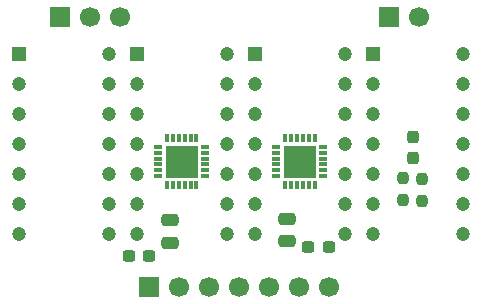
<source format=gbr>
%TF.GenerationSoftware,KiCad,Pcbnew,9.0.6*%
%TF.CreationDate,2025-12-12T15:58:06+01:00*%
%TF.ProjectId,nsm4202A_MAN3910,6e736d34-3230-4324-915f-4d414e333931,rev?*%
%TF.SameCoordinates,Original*%
%TF.FileFunction,Soldermask,Bot*%
%TF.FilePolarity,Negative*%
%FSLAX46Y46*%
G04 Gerber Fmt 4.6, Leading zero omitted, Abs format (unit mm)*
G04 Created by KiCad (PCBNEW 9.0.6) date 2025-12-12 15:58:06*
%MOMM*%
%LPD*%
G01*
G04 APERTURE LIST*
G04 Aperture macros list*
%AMRoundRect*
0 Rectangle with rounded corners*
0 $1 Rounding radius*
0 $2 $3 $4 $5 $6 $7 $8 $9 X,Y pos of 4 corners*
0 Add a 4 corners polygon primitive as box body*
4,1,4,$2,$3,$4,$5,$6,$7,$8,$9,$2,$3,0*
0 Add four circle primitives for the rounded corners*
1,1,$1+$1,$2,$3*
1,1,$1+$1,$4,$5*
1,1,$1+$1,$6,$7*
1,1,$1+$1,$8,$9*
0 Add four rect primitives between the rounded corners*
20,1,$1+$1,$2,$3,$4,$5,0*
20,1,$1+$1,$4,$5,$6,$7,0*
20,1,$1+$1,$6,$7,$8,$9,0*
20,1,$1+$1,$8,$9,$2,$3,0*%
G04 Aperture macros list end*
%ADD10R,1.700000X1.700000*%
%ADD11C,1.700000*%
%ADD12R,1.200000X1.200000*%
%ADD13C,1.200000*%
%ADD14RoundRect,0.237500X0.300000X0.237500X-0.300000X0.237500X-0.300000X-0.237500X0.300000X-0.237500X0*%
%ADD15RoundRect,0.237500X0.237500X-0.300000X0.237500X0.300000X-0.237500X0.300000X-0.237500X-0.300000X0*%
%ADD16R,0.800000X0.300000*%
%ADD17R,0.300000X0.800000*%
%ADD18R,2.800000X2.800000*%
%ADD19RoundRect,0.237500X-0.237500X0.250000X-0.237500X-0.250000X0.237500X-0.250000X0.237500X0.250000X0*%
%ADD20RoundRect,0.237500X-0.300000X-0.237500X0.300000X-0.237500X0.300000X0.237500X-0.300000X0.237500X0*%
%ADD21RoundRect,0.250000X-0.475000X0.250000X-0.475000X-0.250000X0.475000X-0.250000X0.475000X0.250000X0*%
G04 APERTURE END LIST*
D10*
%TO.C,J3*%
X104900000Y-76340000D03*
D11*
X107440000Y-76340000D03*
X109980000Y-76340000D03*
%TD*%
D10*
%TO.C,J1*%
X112500000Y-99200000D03*
D11*
X115040000Y-99200000D03*
X117580000Y-99200000D03*
X120120000Y-99200000D03*
X122660000Y-99200000D03*
X125200000Y-99200000D03*
X127740000Y-99200000D03*
%TD*%
D10*
%TO.C,J2*%
X132825000Y-76340000D03*
D11*
X135365000Y-76340000D03*
%TD*%
D12*
%TO.C,DS4*%
X131420000Y-79520400D03*
D13*
X131420000Y-82060400D03*
X131420000Y-84600400D03*
X131420000Y-87140400D03*
X131420000Y-89680400D03*
X131420000Y-92220400D03*
X131420000Y-94760400D03*
X139040000Y-94760400D03*
X139040000Y-92220400D03*
X139040000Y-89680400D03*
X139040000Y-87140400D03*
X139040000Y-84600400D03*
X139040000Y-82060400D03*
X139040000Y-79520400D03*
%TD*%
D12*
%TO.C,DS1*%
X101420000Y-79520400D03*
D13*
X101420000Y-82060400D03*
X101420000Y-84600400D03*
X101420000Y-87140400D03*
X101420000Y-89680400D03*
X101420000Y-92220400D03*
X101420000Y-94760400D03*
X109040000Y-94760400D03*
X109040000Y-92220400D03*
X109040000Y-89680400D03*
X109040000Y-87140400D03*
X109040000Y-84600400D03*
X109040000Y-82060400D03*
X109040000Y-79520400D03*
%TD*%
D12*
%TO.C,DS2*%
X111420000Y-79520400D03*
D13*
X111420000Y-82060400D03*
X111420000Y-84600400D03*
X111420000Y-87140400D03*
X111420000Y-89680400D03*
X111420000Y-92220400D03*
X111420000Y-94760400D03*
X119040000Y-94760400D03*
X119040000Y-92220400D03*
X119040000Y-89680400D03*
X119040000Y-87140400D03*
X119040000Y-84600400D03*
X119040000Y-82060400D03*
X119040000Y-79520400D03*
%TD*%
D12*
%TO.C,DS3*%
X121420000Y-79520400D03*
D13*
X121420000Y-82060400D03*
X121420000Y-84600400D03*
X121420000Y-87140400D03*
X121420000Y-89680400D03*
X121420000Y-92220400D03*
X121420000Y-94760400D03*
X129040000Y-94760400D03*
X129040000Y-92220400D03*
X129040000Y-89680400D03*
X129040000Y-87140400D03*
X129040000Y-84600400D03*
X129040000Y-82060400D03*
X129040000Y-79520400D03*
%TD*%
D14*
%TO.C,C1*%
X112462500Y-96600000D03*
X110737500Y-96600000D03*
%TD*%
D15*
%TO.C,C4*%
X134800000Y-88262500D03*
X134800000Y-86537500D03*
%TD*%
D16*
%TO.C,IC1*%
X117230000Y-87350400D03*
X117230000Y-87850399D03*
X117230000Y-88350400D03*
X117230000Y-88850400D03*
X117230000Y-89350401D03*
X117230000Y-89850400D03*
D17*
X116480000Y-90600400D03*
X115980001Y-90600400D03*
X115480000Y-90600400D03*
X114980000Y-90600400D03*
X114479999Y-90600400D03*
X113980000Y-90600400D03*
D16*
X113230000Y-89850400D03*
X113230000Y-89350401D03*
X113230000Y-88850400D03*
X113230000Y-88350400D03*
X113230000Y-87850399D03*
X113230000Y-87350400D03*
D17*
X113980000Y-86600400D03*
X114479999Y-86600400D03*
X114980000Y-86600400D03*
X115480000Y-86600400D03*
X115980001Y-86600400D03*
X116480000Y-86600400D03*
D18*
X115230000Y-88600400D03*
%TD*%
D19*
%TO.C,R2*%
X134000000Y-90000000D03*
X134000000Y-91825000D03*
%TD*%
D16*
%TO.C,IC2*%
X127230000Y-87350000D03*
X127230000Y-87849999D03*
X127230000Y-88350000D03*
X127230000Y-88850000D03*
X127230000Y-89350001D03*
X127230000Y-89850000D03*
D17*
X126480000Y-90600000D03*
X125980001Y-90600000D03*
X125480000Y-90600000D03*
X124980000Y-90600000D03*
X124479999Y-90600000D03*
X123980000Y-90600000D03*
D16*
X123230000Y-89850000D03*
X123230000Y-89350001D03*
X123230000Y-88850000D03*
X123230000Y-88350000D03*
X123230000Y-87849999D03*
X123230000Y-87350000D03*
D17*
X123980000Y-86600000D03*
X124479999Y-86600000D03*
X124980000Y-86600000D03*
X125480000Y-86600000D03*
X125980001Y-86600000D03*
X126480000Y-86600000D03*
D18*
X125230000Y-88600000D03*
%TD*%
D20*
%TO.C,C8*%
X125937500Y-95800000D03*
X127662500Y-95800000D03*
%TD*%
D19*
%TO.C,R1*%
X135600000Y-90087500D03*
X135600000Y-91912500D03*
%TD*%
D21*
%TO.C,C3*%
X114250000Y-93575000D03*
X114250000Y-95475000D03*
%TD*%
%TO.C,C7*%
X124175000Y-93450000D03*
X124175000Y-95350000D03*
%TD*%
M02*

</source>
